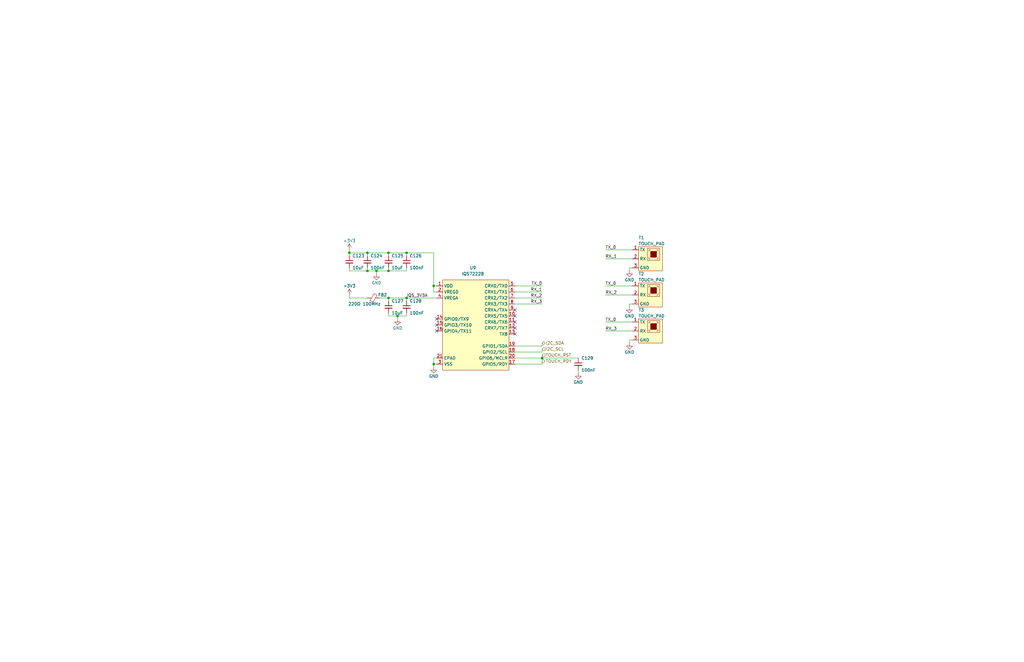
<source format=kicad_sch>
(kicad_sch (version 20211123) (generator eeschema)
  (paper "B")
  (lib_symbols
    (symbol "APA102_Matrix_Symbols:IQS7222B"
      (property "Reference" "U" (at 31.75 3.81 0))
      (property "Value" "IQS7222B" (at 3.81 3.81 0))
      (symbol "IQS7222B_0_0"
        (pin input line (at 33.02 -15.24 180) (length 2.54) (name "CRX6/TX6") (number "11"))
        (pin power_in line (at 0 -30.48 0) (length 2.54) (name "EPAD") (number "21"))
      )
      (symbol "IQS7222B_0_1"
        (rectangle (start 2.54 2.54) (end 30.48 -35.56) (fill (type background)))
      )
      (symbol "IQS7222B_1_1"
        (pin power_in line (at 0 0 0) (length 2.54) (name "VDD") (number "1"))
        (pin input line (at 33.02 -12.7 180) (length 2.54) (name "CRX5/TX5") (number "10"))
        (pin input line (at 33.02 -17.78 180) (length 2.54) (name "CRX7/TX7") (number "12"))
        (pin input line (at 33.02 -20.32 180) (length 2.54) (name "TX8") (number "13"))
        (pin bidirectional line (at 0 -13.97 0) (length 2.54) (name "GPIO0/TX9") (number "14"))
        (pin bidirectional line (at 0 -16.51 0) (length 2.54) (name "GPIO3/TX10") (number "15"))
        (pin bidirectional line (at 0 -19.05 0) (length 2.54) (name "GPIO4/TX11") (number "16"))
        (pin bidirectional line (at 33.02 -33.02 180) (length 2.54) (name "GPIO5/RDY") (number "17"))
        (pin bidirectional line (at 33.02 -27.94 180) (length 2.54) (name "GPIO2/SCL") (number "18"))
        (pin bidirectional line (at 33.02 -25.4 180) (length 2.54) (name "GPIO1/SDA") (number "19"))
        (pin power_in line (at 0 -2.54 0) (length 2.54) (name "VREGD") (number "2"))
        (pin bidirectional line (at 33.02 -30.48 180) (length 2.54) (name "GPIO6/MCLR") (number "20"))
        (pin power_in line (at 0 -33.02 0) (length 2.54) (name "VSS") (number "3"))
        (pin power_in line (at 0 -5.08 0) (length 2.54) (name "VREGA") (number "4"))
        (pin input line (at 33.02 0 180) (length 2.54) (name "CRX0/TX0") (number "5"))
        (pin input line (at 33.02 -2.54 180) (length 2.54) (name "CRX1/TX1") (number "6"))
        (pin input line (at 33.02 -5.08 180) (length 2.54) (name "CRX2/TX2") (number "7"))
        (pin input line (at 33.02 -7.62 180) (length 2.54) (name "CRX3/TX3") (number "8"))
        (pin input line (at 33.02 -10.16 180) (length 2.54) (name "CRX4/TX4") (number "9"))
      )
    )
    (symbol "APA102_Matrix_Symbols:TOUCH_PAD"
      (property "Reference" "T" (at 2.54 5.08 0))
      (property "Value" "TOUCH_PAD" (at 7.62 2.54 0))
      (symbol "TOUCH_PAD_0_1"
        (polyline (pts (xy 6.35 0.635) (xy 6.35 -4.445)))
        (polyline (pts (xy 6.985 -0.635) (xy 6.985 0) (xy 7.62 0)))
        (polyline (pts (xy 7.62 -3.81) (xy 6.985 -3.81) (xy 6.985 -3.175)))
        (polyline (pts (xy 10.16 0) (xy 10.795 0) (xy 10.795 -0.635)))
        (polyline (pts (xy 10.795 -3.175) (xy 10.795 -3.81) (xy 10.16 -3.81)))
        (polyline (pts (xy 6.35 0.635) (xy 11.43 0.635) (xy 11.43 -4.445) (xy 6.35 -4.445)))
        (rectangle (start 2.54 1.27) (end 12.7 -8.89) (fill (type background)))
        (rectangle (start 7.62 -0.635) (end 10.16 -3.175) (fill (type outline)))
      )
      (symbol "TOUCH_PAD_1_1"
        (pin output line (at 0 0 0) (length 2.54) (name "TX") (number "1"))
        (pin input line (at 0 -3.81 0) (length 2.54) (name "RX") (number "2"))
        (pin power_in line (at 0 -7.62 0) (length 2.54) (name "GND") (number "3"))
      )
    )
    (symbol "Device:C_Small" (pin_numbers hide) (pin_names (offset 0.254) hide)
      (property "Reference" "C" (at 0.254 1.778 0))
      (property "Value" "C_Small" (at 0.254 -2.032 0))
      (symbol "C_Small_0_1"
        (polyline (pts (xy -1.524 -0.508) (xy 1.524 -0.508)) (stroke (width 0.3302)))
        (polyline (pts (xy -1.524 0.508) (xy 1.524 0.508)) (stroke (width 0.3048)))
      )
      (symbol "C_Small_1_1"
        (pin passive line (at 0 2.54 270) (length 2.032) (name "~") (number "1"))
        (pin passive line (at 0 -2.54 90) (length 2.032) (name "~") (number "2"))
      )
    )
    (symbol "Device:FerriteBead_Small" (pin_numbers hide) (pin_names (offset 0))
      (property "Reference" "FB" (at 1.905 1.27 0))
      (property "Value" "FerriteBead_Small" (at 1.905 -1.27 0))
      (symbol "FerriteBead_Small_0_1"
        (polyline (pts (xy 0 -1.27) (xy 0 -0.7874)))
        (polyline (pts (xy 0 0.889) (xy 0 1.2954)))
        (polyline (pts (xy -1.8288 0.2794) (xy -1.1176 1.4986) (xy 1.8288 -0.2032) (xy 1.1176 -1.4224) (xy -1.8288 0.2794)))
      )
      (symbol "FerriteBead_Small_1_1"
        (pin passive line (at 0 2.54 270) (length 1.27) (name "~") (number "1"))
        (pin passive line (at 0 -2.54 90) (length 1.27) (name "~") (number "2"))
      )
    )
    (symbol "power:+3V3" (power) (pin_names (offset 0))
      (property "Value" "+3V3" (at 0 3.556 0))
      (symbol "+3V3_0_1"
        (polyline (pts (xy -0.762 1.27) (xy 0 2.54)))
        (polyline (pts (xy 0 0) (xy 0 2.54)))
        (polyline (pts (xy 0 2.54) (xy 0.762 1.27)))
      )
      (symbol "+3V3_1_1"
        (pin power_in line (at 0 0 90) (length 0) hide (name "+3V3") (number "1"))
      )
    )
    (symbol "power:GND" (power) (pin_names (offset 0))
      (property "Value" "GND" (at 0 -3.81 0))
      (symbol "GND_0_1"
        (polyline (pts (xy 0 0) (xy 0 -1.27) (xy 1.27 -1.27) (xy 0 -2.54) (xy -1.27 -1.27) (xy 0 -1.27)))
      )
      (symbol "GND_1_1"
        (pin power_in line (at 0 0 270) (length 0) hide (name "GND") (number "1"))
      )
    )
  )
  (junction (at 163.83 106.68))
  (junction (at 171.45 125.73))
  (junction (at 154.94 106.68))
  (junction (at 158.75 114.3))
  (junction (at 154.94 114.3))
  (junction (at 182.88 153.67))
  (junction (at 182.88 120.65))
  (junction (at 171.45 106.68))
  (junction (at 228.6 151.13))
  (junction (at 163.83 125.73))
  (junction (at 147.32 106.68))
  (junction (at 167.64 133.35))
  (junction (at 163.83 114.3))
  (no_connect (at 217.17 138.43))
  (no_connect (at 217.17 140.97))
  (no_connect (at 217.17 135.89))
  (no_connect (at 217.17 130.81))
  (no_connect (at 217.17 133.35))
  (no_connect (at 184.15 134.62))
  (no_connect (at 184.15 137.16))
  (no_connect (at 184.15 139.7))
  (wire (pts (xy 171.45 125.73) (xy 184.15 125.73)))
  (wire (pts (xy 182.88 120.65) (xy 184.15 120.65)))
  (wire (pts (xy 266.7 120.65) (xy 255.27 120.65)))
  (wire (pts (xy 266.7 135.89) (xy 255.27 135.89)))
  (wire (pts (xy 217.17 148.59) (xy 228.6 148.59)))
  (wire (pts (xy 265.43 113.03) (xy 265.43 114.3)))
  (wire (pts (xy 147.32 125.73) (xy 154.94 125.73)))
  (wire (pts (xy 182.88 123.19) (xy 182.88 120.65)))
  (wire (pts (xy 265.43 128.27) (xy 266.7 128.27)))
  (wire (pts (xy 163.83 133.35) (xy 167.64 133.35)))
  (wire (pts (xy 228.6 147.32) (xy 228.6 148.59)))
  (wire (pts (xy 163.83 125.73) (xy 163.83 127)))
  (wire (pts (xy 266.7 139.7) (xy 255.27 139.7)))
  (wire (pts (xy 158.75 114.3) (xy 158.75 115.57)))
  (wire (pts (xy 171.45 114.3) (xy 171.45 113.03)))
  (wire (pts (xy 154.94 113.03) (xy 154.94 114.3)))
  (wire (pts (xy 158.75 114.3) (xy 163.83 114.3)))
  (wire (pts (xy 228.6 151.13) (xy 243.84 151.13)))
  (wire (pts (xy 163.83 106.68) (xy 154.94 106.68)))
  (wire (pts (xy 265.43 128.27) (xy 265.43 129.54)))
  (wire (pts (xy 163.83 132.08) (xy 163.83 133.35)))
  (wire (pts (xy 160.02 125.73) (xy 163.83 125.73)))
  (wire (pts (xy 228.6 149.86) (xy 228.6 151.13)))
  (wire (pts (xy 171.45 133.35) (xy 171.45 132.08)))
  (wire (pts (xy 167.64 133.35) (xy 171.45 133.35)))
  (wire (pts (xy 167.64 133.35) (xy 167.64 134.62)))
  (wire (pts (xy 217.17 153.67) (xy 228.6 153.67)))
  (wire (pts (xy 171.45 106.68) (xy 163.83 106.68)))
  (wire (pts (xy 154.94 114.3) (xy 158.75 114.3)))
  (wire (pts (xy 182.88 106.68) (xy 171.45 106.68)))
  (wire (pts (xy 163.83 114.3) (xy 171.45 114.3)))
  (wire (pts (xy 243.84 156.21) (xy 243.84 157.48)))
  (wire (pts (xy 217.17 123.19) (xy 228.6 123.19)))
  (wire (pts (xy 265.43 143.51) (xy 266.7 143.51)))
  (wire (pts (xy 266.7 109.22) (xy 255.27 109.22)))
  (wire (pts (xy 228.6 152.4) (xy 228.6 153.67)))
  (wire (pts (xy 182.88 153.67) (xy 184.15 153.67)))
  (wire (pts (xy 217.17 128.27) (xy 228.6 128.27)))
  (wire (pts (xy 147.32 114.3) (xy 154.94 114.3)))
  (wire (pts (xy 182.88 154.94) (xy 182.88 153.67)))
  (wire (pts (xy 163.83 125.73) (xy 171.45 125.73)))
  (wire (pts (xy 217.17 151.13) (xy 228.6 151.13)))
  (wire (pts (xy 217.17 146.05) (xy 228.6 146.05)))
  (wire (pts (xy 266.7 124.46) (xy 255.27 124.46)))
  (wire (pts (xy 265.43 113.03) (xy 266.7 113.03)))
  (wire (pts (xy 171.45 125.73) (xy 171.45 127)))
  (wire (pts (xy 184.15 123.19) (xy 182.88 123.19)))
  (wire (pts (xy 147.32 113.03) (xy 147.32 114.3)))
  (wire (pts (xy 266.7 105.41) (xy 255.27 105.41)))
  (wire (pts (xy 182.88 153.67) (xy 182.88 151.13)))
  (wire (pts (xy 217.17 125.73) (xy 228.6 125.73)))
  (wire (pts (xy 171.45 106.68) (xy 171.45 107.95)))
  (wire (pts (xy 265.43 143.51) (xy 265.43 144.78)))
  (wire (pts (xy 182.88 151.13) (xy 184.15 151.13)))
  (wire (pts (xy 217.17 120.65) (xy 228.6 120.65)))
  (wire (pts (xy 154.94 106.68) (xy 154.94 107.95)))
  (wire (pts (xy 147.32 124.46) (xy 147.32 125.73)))
  (wire (pts (xy 163.83 113.03) (xy 163.83 114.3)))
  (wire (pts (xy 147.32 106.68) (xy 147.32 107.95)))
  (wire (pts (xy 154.94 106.68) (xy 147.32 106.68)))
  (wire (pts (xy 182.88 120.65) (xy 182.88 106.68)))
  (wire (pts (xy 163.83 106.68) (xy 163.83 107.95)))
  (wire (pts (xy 228.6 144.78) (xy 228.6 146.05)))
  (wire (pts (xy 147.32 105.41) (xy 147.32 106.68)))
  (label "IQS_3V3A" (at 171.45 125.73 0))
  (label "RX_3" (at 228.6 128.27 180))
  (label "TX_0" (at 255.27 120.65 0))
  (label "TX_0" (at 228.6 120.65 180))
  (label "RX_2" (at 255.27 124.46 0))
  (label "RX_1" (at 255.27 109.22 0))
  (label "TX_0" (at 255.27 135.89 0))
  (label "RX_2" (at 228.6 125.73 180))
  (label "RX_3" (at 255.27 139.7 0))
  (label "TX_0" (at 255.27 105.41 0))
  (label "RX_1" (at 228.6 123.19 180))
  (hierarchical_label "TOUCH_RDY" (shape output) (at 228.6 152.4 0))
  (hierarchical_label "TOUCH_RST" (shape input) (at 228.6 149.86 0))
  (hierarchical_label "I2C_SDA" (shape bidirectional) (at 228.6 144.78 0))
  (hierarchical_label "I2C_SCL" (shape input) (at 228.6 147.32 0))
  (symbol (lib_id "Device:C_Small") (at 163.83 129.54 0) (unit 1)
    (property "Reference" "C127" (at 165.1 127 0) (effects (justify left)))
    (property "Value" "10uF" (at 165.1 132.08 0) (effects (justify left)))
    (property "Footprint" "APA102_Matrix_Footprints:C_0603" (effects hide))
  )
  (symbol (lib_id "power:GND") (at 182.88 154.94 0) (unit 1)
    (property "Reference" "#PWR01589" (effects hide))
    (property "Value" "GND" (at 182.88 158.75 0))
  )
  (symbol (lib_id "APA102_Matrix_Symbols:TOUCH_PAD") (at 266.7 105.41 0) (unit 1) (in_bom no)
    (property "Reference" "T1" (at 269.24 100.33 0) (effects (justify left)))
    (property "Value" "TOUCH_PAD" (at 269.24 102.87 0) (effects (justify left)))
    (property "Footprint" "APA102_Matrix_Footprints:TOUCH_PAD" (effects hide))
  )
  (symbol (lib_id "power:GND") (at 265.43 129.54 0) (unit 1)
    (property "Reference" "#PWR01586" (effects hide))
    (property "Value" "GND" (at 265.43 133.35 0))
  )
  (symbol (lib_id "Device:C_Small") (at 163.83 110.49 0) (unit 1)
    (property "Reference" "C125" (at 165.1 107.95 0) (effects (justify left)))
    (property "Value" "10uF" (at 165.1 113.03 0) (effects (justify left)))
    (property "Footprint" "APA102_Matrix_Footprints:C_0603" (effects hide))
  )
  (symbol (lib_id "power:+3V3") (at 147.32 105.41 0) (unit 1)
    (property "Reference" "#PWR01582" (effects hide))
    (property "Value" "+3V3" (at 147.32 101.6 0))
  )
  (symbol (lib_id "power:GND") (at 158.75 115.57 0) (unit 1)
    (property "Reference" "#PWR01584" (effects hide))
    (property "Value" "GND" (at 158.75 119.38 0))
  )
  (symbol (lib_id "power:GND") (at 167.64 134.62 0) (unit 1)
    (property "Reference" "#PWR01587" (effects hide))
    (property "Value" "GND" (at 167.64 138.43 0))
  )
  (symbol (lib_id "APA102_Matrix_Symbols:TOUCH_PAD") (at 266.7 120.65 0) (unit 1) (in_bom no)
    (property "Reference" "T2" (at 269.24 115.57 0) (effects (justify left)))
    (property "Value" "TOUCH_PAD" (at 269.24 118.11 0) (effects (justify left)))
    (property "Footprint" "APA102_Matrix_Footprints:TOUCH_PAD" (effects hide))
  )
  (symbol (lib_id "Device:FerriteBead_Small") (at 157.48 125.73 270) (unit 1)
    (property "Reference" "FB2" (at 161.29 124.46 90))
    (property "Value" "220Ω 100MHz" (at 153.67 128.27 90))
    (property "Footprint" "APA102_Matrix_Footprints:L_0603" (effects hide))
  )
  (symbol (lib_id "APA102_Matrix_Symbols:IQS7222B") (at 184.15 120.65 0) (unit 1)
    (property "Reference" "U9" (at 199.39 113.03 0))
    (property "Value" "IQS7222B" (at 199.39 115.57 0))
    (property "Footprint" "APA102_Matrix_Footprints:QFN20" (effects hide))
    (property "Datasheet" "https://www.mouser.com/datasheet/2/42/iqs7222b_datasheet-2529029.pdf" (effects hide))
  )
  (symbol (lib_id "power:GND") (at 265.43 114.3 0) (unit 1)
    (property "Reference" "#PWR01583" (effects hide))
    (property "Value" "GND" (at 265.43 118.11 0))
  )
  (symbol (lib_id "APA102_Matrix_Symbols:TOUCH_PAD") (at 266.7 135.89 0) (unit 1) (in_bom no)
    (property "Reference" "T3" (at 269.24 130.81 0) (effects (justify left)))
    (property "Value" "TOUCH_PAD" (at 269.24 133.35 0) (effects (justify left)))
    (property "Footprint" "APA102_Matrix_Footprints:TOUCH_PAD" (effects hide))
  )
  (symbol (lib_id "power:+3V3") (at 147.32 124.46 0) (unit 1)
    (property "Reference" "#PWR01585" (effects hide))
    (property "Value" "+3V3" (at 147.32 120.65 0))
  )
  (symbol (lib_id "Device:C_Small") (at 147.32 110.49 0) (unit 1)
    (property "Reference" "C123" (at 148.59 107.95 0) (effects (justify left)))
    (property "Value" "10uF" (at 148.59 113.03 0) (effects (justify left)))
    (property "Footprint" "APA102_Matrix_Footprints:C_0603" (effects hide))
  )
  (symbol (lib_id "power:GND") (at 243.84 157.48 0) (unit 1)
    (property "Reference" "#PWR01590" (effects hide))
    (property "Value" "GND" (at 243.84 161.29 0))
  )
  (symbol (lib_id "Device:C_Small") (at 243.84 153.67 0) (unit 1)
    (property "Reference" "C129" (at 245.11 151.13 0) (effects (justify left)))
    (property "Value" "100nF" (at 245.11 156.21 0) (effects (justify left)))
    (property "Footprint" "APA102_Matrix_Footprints:C_0603" (effects hide))
  )
  (symbol (lib_id "power:GND") (at 265.43 144.78 0) (unit 1)
    (property "Reference" "#PWR01588" (effects hide))
    (property "Value" "GND" (at 265.43 148.59 0))
  )
  (symbol (lib_id "Device:C_Small") (at 171.45 129.54 0) (unit 1)
    (property "Reference" "C128" (at 172.72 127 0) (effects (justify left)))
    (property "Value" "100nF" (at 172.72 132.08 0) (effects (justify left)))
    (property "Footprint" "APA102_Matrix_Footprints:C_0603" (effects hide))
  )
  (symbol (lib_id "Device:C_Small") (at 171.45 110.49 0) (unit 1)
    (property "Reference" "C126" (at 172.72 107.95 0) (effects (justify left)))
    (property "Value" "100nF" (at 172.72 113.03 0) (effects (justify left)))
    (property "Footprint" "APA102_Matrix_Footprints:C_0603" (effects hide))
  )
  (symbol (lib_id "Device:C_Small") (at 154.94 110.49 0) (unit 1)
    (property "Reference" "C124" (at 156.21 107.95 0) (effects (justify left)))
    (property "Value" "100nF" (at 156.21 113.03 0) (effects (justify left)))
    (property "Footprint" "APA102_Matrix_Footprints:C_0603" (effects hide))
  )
)
</source>
